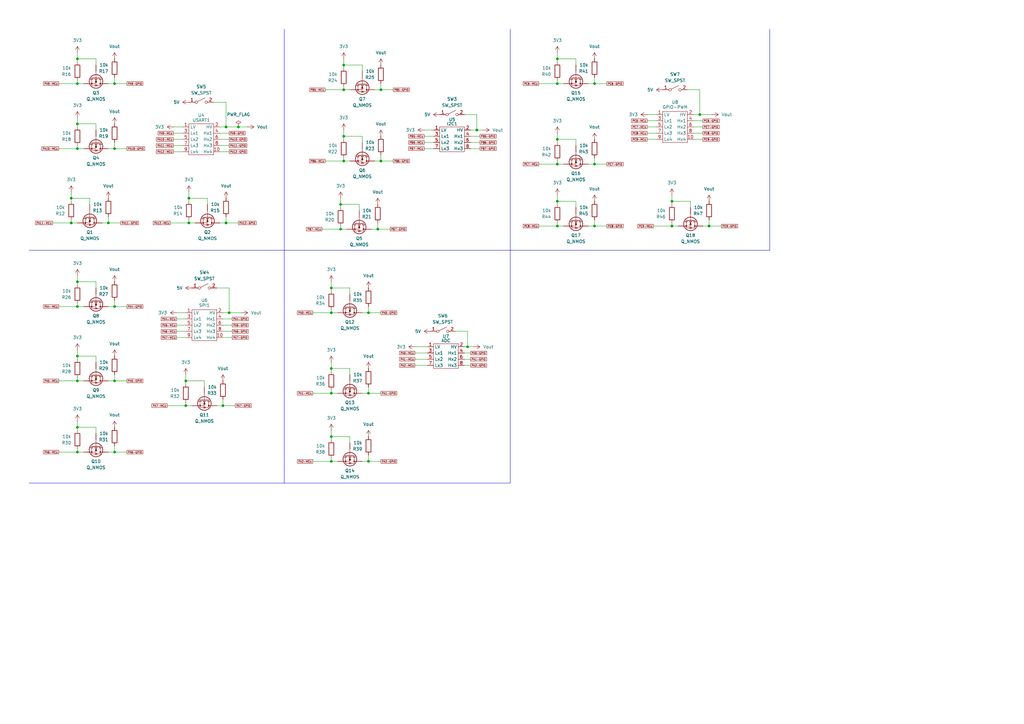
<source format=kicad_sch>
(kicad_sch (version 20250114) (generator "eeschema") (generator_version "9.0")
  (paper "A3")
  (junction (at 135.89 128.27))
  (junction (at 156.21 66.04))
  (junction (at 156.21 36.83))
  (junction (at 228.6 24.13))
  (junction (at 243.84 67.31))
  (junction (at 29.21 81.28))
  (junction (at 31.75 60.96))
  (junction (at 151.13 189.23))
  (junction (at 31.75 125.73))
  (junction (at 228.6 92.71))
  (junction (at 76.2 166.37))
  (junction (at 46.99 60.96))
  (junction (at 77.47 81.28))
  (junction (at 139.7 93.98))
  (junction (at 31.75 175.26))
  (junction (at 140.97 66.04))
  (junction (at 140.97 55.88))
  (junction (at 287.02 46.99))
  (junction (at 243.84 34.29))
  (junction (at 31.75 115.57))
  (junction (at 243.84 92.71))
  (junction (at 151.13 161.29))
  (junction (at 195.58 53.34))
  (junction (at 228.6 67.31))
  (junction (at 46.99 125.73))
  (junction (at 275.59 92.71))
  (junction (at 92.71 52.07))
  (junction (at 139.7 83.82))
  (junction (at 275.59 82.55))
  (junction (at 46.99 185.42))
  (junction (at 135.89 118.11))
  (junction (at 228.6 34.29))
  (junction (at 228.6 82.55))
  (junction (at 135.89 179.07))
  (junction (at 91.44 166.37))
  (junction (at 151.13 128.27))
  (junction (at 31.75 50.8))
  (junction (at 135.89 151.13))
  (junction (at 31.75 34.29))
  (junction (at 31.75 185.42))
  (junction (at 191.77 142.24))
  (junction (at 76.2 156.21))
  (junction (at 135.89 161.29))
  (junction (at 31.75 156.21))
  (junction (at 154.94 93.98))
  (junction (at 46.99 156.21))
  (junction (at 140.97 36.83))
  (junction (at 31.75 146.05))
  (junction (at 46.99 34.29))
  (junction (at 140.97 26.67))
  (junction (at 290.83 92.71))
  (junction (at 31.75 24.13))
  (junction (at 29.21 91.44))
  (junction (at 97.79 52.07))
  (junction (at 44.45 91.44))
  (junction (at 92.71 91.44))
  (junction (at 77.47 91.44))
  (junction (at 93.98 128.27))
  (junction (at 135.89 189.23))
  (junction (at 228.6 57.15))
  (wire (pts (xy 46.99 34.29) (xy 46.99 31.75)))
  (wire (pts (xy 228.6 83.82) (xy 228.6 82.55)))
  (wire (pts (xy 173.99 53.34) (xy 177.8 53.34)))
  (wire (pts (xy 31.75 146.05) (xy 39.37 146.05)))
  (wire (pts (xy 90.17 62.23) (xy 93.98 62.23)))
  (wire (pts (xy 284.48 46.99) (xy 287.02 46.99)))
  (wire (pts (xy 76.2 165.1) (xy 76.2 166.37)))
  (wire (pts (xy 128.27 161.29) (xy 135.89 161.29)))
  (wire (pts (xy 31.75 124.46) (xy 31.75 125.73)))
  (wire (pts (xy 275.59 80.01) (xy 275.59 82.55)))
  (wire (pts (xy 269.24 52.07) (xy 265.43 52.07)))
  (wire (pts (xy 220.98 92.71) (xy 228.6 92.71)))
  (polyline (pts (xy 116.586 12.192) (xy 116.586 102.616)))
  (wire (pts (xy 31.75 24.13) (xy 39.37 24.13)))
  (wire (pts (xy 90.17 57.15) (xy 93.98 57.15)))
  (wire (pts (xy 76.2 135.89) (xy 72.39 135.89)))
  (wire (pts (xy 135.89 187.96) (xy 135.89 189.23)))
  (wire (pts (xy 39.37 24.13) (xy 39.37 26.67)))
  (wire (pts (xy 193.04 60.96) (xy 196.85 60.96)))
  (wire (pts (xy 170.18 142.24) (xy 175.26 142.24)))
  (wire (pts (xy 177.8 55.88) (xy 173.99 55.88)))
  (wire (pts (xy 85.09 81.28) (xy 85.09 83.82)))
  (wire (pts (xy 29.21 81.28) (xy 36.83 81.28)))
  (wire (pts (xy 191.77 135.89) (xy 191.77 142.24)))
  (wire (pts (xy 135.89 115.57) (xy 135.89 118.11)))
  (wire (pts (xy 177.8 58.42) (xy 173.99 58.42)))
  (wire (pts (xy 31.75 21.59) (xy 31.75 24.13)))
  (wire (pts (xy 24.13 34.29) (xy 31.75 34.29)))
  (wire (pts (xy 220.98 67.31) (xy 228.6 67.31)))
  (wire (pts (xy 31.75 185.42) (xy 34.29 185.42)))
  (wire (pts (xy 44.45 91.44) (xy 44.45 88.9)))
  (wire (pts (xy 39.37 50.8) (xy 39.37 53.34)))
  (wire (pts (xy 236.22 57.15) (xy 236.22 59.69)))
  (wire (pts (xy 31.75 116.84) (xy 31.75 115.57)))
  (wire (pts (xy 46.99 34.29) (xy 52.07 34.29)))
  (wire (pts (xy 135.89 189.23) (xy 138.43 189.23)))
  (wire (pts (xy 76.2 156.21) (xy 83.82 156.21)))
  (wire (pts (xy 275.59 83.82) (xy 275.59 82.55)))
  (wire (pts (xy 148.59 189.23) (xy 151.13 189.23)))
  (polyline (pts (xy 11.938 102.616) (xy 12.446 102.616)))
  (wire (pts (xy 46.99 125.73) (xy 52.07 125.73)))
  (wire (pts (xy 139.7 81.28) (xy 139.7 83.82)))
  (wire (pts (xy 90.17 59.69) (xy 93.98 59.69)))
  (wire (pts (xy 287.02 36.83) (xy 287.02 46.99)))
  (wire (pts (xy 21.59 91.44) (xy 29.21 91.44)))
  (wire (pts (xy 68.58 166.37) (xy 76.2 166.37)))
  (wire (pts (xy 195.58 46.99) (xy 195.58 53.34)))
  (wire (pts (xy 290.83 92.71) (xy 295.91 92.71)))
  (polyline (pts (xy 209.296 102.616) (xy 315.722 102.616)))
  (wire (pts (xy 91.44 128.27) (xy 93.98 128.27)))
  (wire (pts (xy 69.85 91.44) (xy 77.47 91.44)))
  (wire (pts (xy 90.17 54.61) (xy 93.98 54.61)))
  (wire (pts (xy 153.67 66.04) (xy 156.21 66.04)))
  (wire (pts (xy 76.2 153.67) (xy 76.2 156.21)))
  (wire (pts (xy 88.9 166.37) (xy 91.44 166.37)))
  (wire (pts (xy 29.21 90.17) (xy 29.21 91.44)))
  (wire (pts (xy 44.45 34.29) (xy 46.99 34.29)))
  (wire (pts (xy 135.89 128.27) (xy 138.43 128.27)))
  (wire (pts (xy 71.12 52.07) (xy 74.93 52.07)))
  (wire (pts (xy 228.6 92.71) (xy 231.14 92.71)))
  (wire (pts (xy 31.75 52.07) (xy 31.75 50.8)))
  (wire (pts (xy 151.13 161.29) (xy 156.21 161.29)))
  (wire (pts (xy 193.04 58.42) (xy 196.85 58.42)))
  (wire (pts (xy 151.13 189.23) (xy 156.21 189.23)))
  (wire (pts (xy 44.45 60.96) (xy 46.99 60.96)))
  (wire (pts (xy 31.75 156.21) (xy 34.29 156.21)))
  (wire (pts (xy 31.75 59.69) (xy 31.75 60.96)))
  (wire (pts (xy 97.79 52.07) (xy 101.6 52.07)))
  (wire (pts (xy 139.7 93.98) (xy 142.24 93.98)))
  (wire (pts (xy 31.75 125.73) (xy 34.29 125.73)))
  (wire (pts (xy 228.6 24.13) (xy 236.22 24.13)))
  (wire (pts (xy 190.5 46.99) (xy 195.58 46.99)))
  (wire (pts (xy 46.99 156.21) (xy 52.07 156.21)))
  (wire (pts (xy 92.71 91.44) (xy 92.71 88.9)))
  (wire (pts (xy 24.13 185.42) (xy 31.75 185.42)))
  (wire (pts (xy 228.6 82.55) (xy 236.22 82.55)))
  (polyline (pts (xy 12.446 102.616) (xy 116.586 102.616)))
  (wire (pts (xy 190.5 147.32) (xy 193.04 147.32)))
  (wire (pts (xy 135.89 179.07) (xy 143.51 179.07)))
  (wire (pts (xy 31.75 147.32) (xy 31.75 146.05)))
  (wire (pts (xy 29.21 82.55) (xy 29.21 81.28)))
  (wire (pts (xy 284.48 54.61) (xy 288.29 54.61)))
  (wire (pts (xy 44.45 156.21) (xy 46.99 156.21)))
  (wire (pts (xy 228.6 54.61) (xy 228.6 57.15)))
  (wire (pts (xy 281.94 36.83) (xy 287.02 36.83)))
  (wire (pts (xy 90.17 91.44) (xy 92.71 91.44)))
  (wire (pts (xy 190.5 149.86) (xy 193.04 149.86)))
  (wire (pts (xy 228.6 25.4) (xy 228.6 24.13)))
  (wire (pts (xy 140.97 26.67) (xy 148.59 26.67)))
  (wire (pts (xy 243.84 67.31) (xy 248.92 67.31)))
  (wire (pts (xy 135.89 161.29) (xy 138.43 161.29)))
  (wire (pts (xy 156.21 66.04) (xy 156.21 63.5)))
  (wire (pts (xy 175.26 149.86) (xy 170.18 149.86)))
  (wire (pts (xy 143.51 179.07) (xy 143.51 181.61)))
  (wire (pts (xy 193.04 53.34) (xy 195.58 53.34)))
  (polyline (pts (xy 209.296 11.938) (xy 209.296 102.616)))
  (wire (pts (xy 156.21 66.04) (xy 161.29 66.04)))
  (wire (pts (xy 284.48 49.53) (xy 288.29 49.53)))
  (wire (pts (xy 135.89 148.59) (xy 135.89 151.13)))
  (wire (pts (xy 156.21 36.83) (xy 161.29 36.83)))
  (wire (pts (xy 140.97 64.77) (xy 140.97 66.04)))
  (wire (pts (xy 148.59 128.27) (xy 151.13 128.27)))
  (wire (pts (xy 77.47 91.44) (xy 80.01 91.44)))
  (wire (pts (xy 228.6 91.44) (xy 228.6 92.71)))
  (wire (pts (xy 154.94 93.98) (xy 154.94 91.44)))
  (wire (pts (xy 175.26 147.32) (xy 170.18 147.32)))
  (wire (pts (xy 153.67 36.83) (xy 156.21 36.83)))
  (wire (pts (xy 24.13 156.21) (xy 31.75 156.21)))
  (wire (pts (xy 31.75 154.94) (xy 31.75 156.21)))
  (wire (pts (xy 287.02 46.99) (xy 292.1 46.99)))
  (wire (pts (xy 77.47 78.74) (xy 77.47 81.28)))
  (wire (pts (xy 91.44 135.89) (xy 95.25 135.89)))
  (wire (pts (xy 39.37 115.57) (xy 39.37 118.11)))
  (wire (pts (xy 46.99 185.42) (xy 52.07 185.42)))
  (wire (pts (xy 228.6 34.29) (xy 231.14 34.29)))
  (wire (pts (xy 39.37 175.26) (xy 39.37 177.8)))
  (wire (pts (xy 31.75 175.26) (xy 39.37 175.26)))
  (wire (pts (xy 31.75 34.29) (xy 34.29 34.29)))
  (wire (pts (xy 29.21 78.74) (xy 29.21 81.28)))
  (wire (pts (xy 44.45 91.44) (xy 49.53 91.44)))
  (wire (pts (xy 76.2 166.37) (xy 78.74 166.37)))
  (wire (pts (xy 190.5 144.78) (xy 193.04 144.78)))
  (wire (pts (xy 31.75 50.8) (xy 39.37 50.8)))
  (wire (pts (xy 24.13 125.73) (xy 31.75 125.73)))
  (wire (pts (xy 44.45 125.73) (xy 46.99 125.73)))
  (wire (pts (xy 31.75 48.26) (xy 31.75 50.8)))
  (wire (pts (xy 76.2 138.43) (xy 72.39 138.43)))
  (wire (pts (xy 91.44 138.43) (xy 95.25 138.43)))
  (wire (pts (xy 46.99 125.73) (xy 46.99 123.19)))
  (wire (pts (xy 186.69 135.89) (xy 191.77 135.89)))
  (polyline (pts (xy 116.586 11.938) (xy 116.586 12.192)))
  (wire (pts (xy 269.24 49.53) (xy 265.43 49.53)))
  (wire (pts (xy 93.98 128.27) (xy 99.06 128.27)))
  (wire (pts (xy 151.13 161.29) (xy 151.13 158.75)))
  (wire (pts (xy 88.9 118.11) (xy 93.98 118.11)))
  (wire (pts (xy 267.97 92.71) (xy 275.59 92.71)))
  (wire (pts (xy 243.84 92.71) (xy 248.92 92.71)))
  (wire (pts (xy 135.89 152.4) (xy 135.89 151.13)))
  (polyline (pts (xy 11.938 198.12) (xy 116.586 198.12)))
  (wire (pts (xy 151.13 128.27) (xy 151.13 125.73)))
  (wire (pts (xy 74.93 59.69) (xy 71.12 59.69)))
  (wire (pts (xy 77.47 90.17) (xy 77.47 91.44)))
  (wire (pts (xy 87.63 41.91) (xy 92.71 41.91)))
  (polyline (pts (xy 116.586 198.12) (xy 209.296 198.12)))
  (wire (pts (xy 44.45 185.42) (xy 46.99 185.42)))
  (wire (pts (xy 135.89 127) (xy 135.89 128.27)))
  (wire (pts (xy 74.93 62.23) (xy 71.12 62.23)))
  (wire (pts (xy 220.98 34.29) (xy 228.6 34.29)))
  (wire (pts (xy 139.7 83.82) (xy 147.32 83.82)))
  (wire (pts (xy 193.04 55.88) (xy 196.85 55.88)))
  (wire (pts (xy 151.13 189.23) (xy 151.13 186.69)))
  (wire (pts (xy 31.75 25.4) (xy 31.75 24.13)))
  (wire (pts (xy 31.75 60.96) (xy 34.29 60.96)))
  (wire (pts (xy 243.84 34.29) (xy 243.84 31.75)))
  (wire (pts (xy 139.7 92.71) (xy 139.7 93.98)))
  (wire (pts (xy 39.37 146.05) (xy 39.37 148.59)))
  (wire (pts (xy 31.75 176.53) (xy 31.75 175.26)))
  (wire (pts (xy 133.35 66.04) (xy 140.97 66.04)))
  (wire (pts (xy 31.75 115.57) (xy 39.37 115.57)))
  (wire (pts (xy 77.47 82.55) (xy 77.47 81.28)))
  (wire (pts (xy 269.24 54.61) (xy 265.43 54.61)))
  (wire (pts (xy 76.2 133.35) (xy 72.39 133.35)))
  (wire (pts (xy 24.13 60.96) (xy 31.75 60.96)))
  (wire (pts (xy 143.51 118.11) (xy 143.51 120.65)))
  (wire (pts (xy 195.58 53.34) (xy 198.12 53.34)))
  (wire (pts (xy 93.98 118.11) (xy 93.98 128.27)))
  (wire (pts (xy 140.97 35.56) (xy 140.97 36.83)))
  (wire (pts (xy 29.21 91.44) (xy 31.75 91.44)))
  (wire (pts (xy 148.59 26.67) (xy 148.59 29.21)))
  (polyline (pts (xy 116.586 102.616) (xy 116.586 198.12)))
  (wire (pts (xy 140.97 66.04) (xy 143.51 66.04)))
  (wire (pts (xy 241.3 34.29) (xy 243.84 34.29)))
  (wire (pts (xy 139.7 85.09) (xy 139.7 83.82)))
  (wire (pts (xy 140.97 57.15) (xy 140.97 55.88)))
  (wire (pts (xy 228.6 66.04) (xy 228.6 67.31)))
  (wire (pts (xy 284.48 52.07) (xy 288.29 52.07)))
  (wire (pts (xy 140.97 24.13) (xy 140.97 26.67)))
  (wire (pts (xy 148.59 161.29) (xy 151.13 161.29)))
  (wire (pts (xy 190.5 142.24) (xy 191.77 142.24)))
  (wire (pts (xy 135.89 176.53) (xy 135.89 179.07)))
  (wire (pts (xy 74.93 57.15) (xy 71.12 57.15)))
  (wire (pts (xy 236.22 82.55) (xy 236.22 85.09)))
  (wire (pts (xy 135.89 118.11) (xy 143.51 118.11)))
  (polyline (pts (xy 116.586 102.616) (xy 209.296 102.616)))
  (wire (pts (xy 152.4 93.98) (xy 154.94 93.98)))
  (wire (pts (xy 76.2 130.81) (xy 72.39 130.81)))
  (wire (pts (xy 36.83 81.28) (xy 36.83 83.82)))
  (wire (pts (xy 135.89 180.34) (xy 135.89 179.07)))
  (wire (pts (xy 147.32 83.82) (xy 147.32 86.36)))
  (wire (pts (xy 241.3 92.71) (xy 243.84 92.71)))
  (wire (pts (xy 76.2 157.48) (xy 76.2 156.21)))
  (wire (pts (xy 243.84 67.31) (xy 243.84 64.77)))
  (wire (pts (xy 177.8 60.96) (xy 173.99 60.96)))
  (wire (pts (xy 284.48 57.15) (xy 288.29 57.15)))
  (wire (pts (xy 228.6 67.31) (xy 231.14 67.31)))
  (wire (pts (xy 241.3 67.31) (xy 243.84 67.31)))
  (wire (pts (xy 135.89 160.02) (xy 135.89 161.29)))
  (wire (pts (xy 154.94 93.98) (xy 160.02 93.98)))
  (wire (pts (xy 132.08 93.98) (xy 139.7 93.98)))
  (wire (pts (xy 228.6 57.15) (xy 236.22 57.15)))
  (wire (pts (xy 135.89 119.38) (xy 135.89 118.11)))
  (wire (pts (xy 128.27 189.23) (xy 135.89 189.23)))
  (wire (pts (xy 72.39 128.27) (xy 76.2 128.27)))
  (wire (pts (xy 90.17 52.07) (xy 92.71 52.07)))
  (wire (pts (xy 148.59 55.88) (xy 148.59 58.42)))
  (wire (pts (xy 77.47 81.28) (xy 85.09 81.28)))
  (wire (pts (xy 290.83 92.71) (xy 290.83 90.17)))
  (wire (pts (xy 140.97 27.94) (xy 140.97 26.67)))
  (wire (pts (xy 46.99 60.96) (xy 46.99 58.42)))
  (wire (pts (xy 135.89 151.13) (xy 143.51 151.13)))
  (wire (pts (xy 228.6 80.01) (xy 228.6 82.55)))
  (wire (pts (xy 236.22 24.13) (xy 236.22 26.67)))
  (wire (pts (xy 83.82 156.21) (xy 83.82 158.75)))
  (wire (pts (xy 46.99 156.21) (xy 46.99 153.67)))
  (wire (pts (xy 91.44 166.37) (xy 96.52 166.37)))
  (polyline (pts (xy 209.296 198.12) (xy 209.296 102.616)))
  (wire (pts (xy 31.75 184.15) (xy 31.75 185.42)))
  (wire (pts (xy 31.75 113.03) (xy 31.75 115.57)))
  (wire (pts (xy 31.75 172.72) (xy 31.75 175.26)))
  (wire (pts (xy 151.13 128.27) (xy 156.21 128.27)))
  (wire (pts (xy 269.24 57.15) (xy 265.43 57.15)))
  (wire (pts (xy 228.6 21.59) (xy 228.6 24.13)))
  (wire (pts (xy 275.59 82.55) (xy 283.21 82.55)))
  (wire (pts (xy 92.71 41.91) (xy 92.71 52.07)))
  (polyline (pts (xy 315.722 11.938) (xy 315.722 102.616)))
  (wire (pts (xy 283.21 82.55) (xy 283.21 85.09)))
  (wire (pts (xy 92.71 52.07) (xy 97.79 52.07)))
  (wire (pts (xy 91.44 166.37) (xy 91.44 163.83)))
  (wire (pts (xy 31.75 33.02) (xy 31.75 34.29)))
  (wire (pts (xy 275.59 92.71) (xy 278.13 92.71)))
  (wire (pts (xy 41.91 91.44) (xy 44.45 91.44)))
  (wire (pts (xy 140.97 55.88) (xy 148.59 55.88)))
  (wire (pts (xy 243.84 34.29) (xy 248.92 34.29)))
  (wire (pts (xy 156.21 36.83) (xy 156.21 34.29)))
  (wire (pts (xy 143.51 151.13) (xy 143.51 153.67)))
  (wire (pts (xy 74.93 54.61) (xy 71.12 54.61)))
  (wire (pts (xy 228.6 58.42) (xy 228.6 57.15)))
  (wire (pts (xy 265.43 46.99) (xy 269.24 46.99)))
  (wire (pts (xy 191.77 142.24) (xy 194.31 142.24)))
  (wire (pts (xy 140.97 53.34) (xy 140.97 55.88)))
  (wire (pts (xy 46.99 60.96) (xy 52.07 60.96)))
  (wire (pts (xy 228.6 33.02) (xy 228.6 34.29)))
  (wire (pts (xy 91.44 130.81) (xy 95.25 130.81)))
  (wire (pts (xy 175.26 144.78) (xy 170.18 144.78)))
  (wire (pts (xy 46.99 185.42) (xy 46.99 182.88)))
  (wire (pts (xy 92.71 91.44) (xy 97.79 91.44)))
  (wire (pts (xy 133.35 36.83) (xy 140.97 36.83)))
  (wire (pts (xy 288.29 92.71) (xy 290.83 92.71)))
  (wire (pts (xy 128.27 128.27) (xy 135.89 128.27)))
  (wire (pts (xy 91.44 133.35) (xy 95.25 133.35)))
  (wire (pts (xy 275.59 91.44) (xy 275.59 92.71)))
  (wire (pts (xy 140.97 36.83) (xy 143.51 36.83)))
  (wire (pts (xy 243.84 92.71) (xy 243.84 90.17)))
  (wire (pts (xy 31.75 143.51) (xy 31.75 146.05)))
  (global_label "PC9-MCU" (shape passive) (at 267.97 92.71 180) (effects (font (size 0.762 0.762))) (property "Intersheetrefs" "${INTERSHEET_REFS}" (effects (hide yes))))
  (global_label "PA5-GPIO" (shape passive) (at 52.07 156.21 0) (effects (font (size 0.762 0.762))) (property "Intersheetrefs" "${INTERSHEET_REFS}" (effects (hide yes))))
  (global_label "PA7-GPIO" (shape passive) (at 96.52 166.37 0) (effects (font (size 0.762 0.762))) (property "Intersheetrefs" "${INTERSHEET_REFS}" (effects (hide yes))))
  (global_label "PA4-MCU" (shape passive) (at 24.13 125.73 180) (effects (font (size 0.762 0.762))) (property "Intersheetrefs" "${INTERSHEET_REFS}" (effects (hide yes))))
  (global_label "PA1-GPIO" (shape passive) (at 156.21 161.29 0) (effects (font (size 0.762 0.762))) (property "Intersheetrefs" "${INTERSHEET_REFS}" (effects (hide yes))))
  (global_label "PA5-MCU" (shape passive) (at 72.39 133.35 180) (effects (font (size 0.762 0.762))) (property "Intersheetrefs" "${INTERSHEET_REFS}" (effects (hide yes))))
  (global_label "PA10-GPIO" (shape passive) (at 93.98 57.15 0) (effects (font (size 0.762 0.762))) (property "Intersheetrefs" "${INTERSHEET_REFS}" (effects (hide yes))))
  (global_label "PC8-GPIO" (shape passive) (at 248.92 92.71 0) (effects (font (size 0.762 0.762))) (property "Intersheetrefs" "${INTERSHEET_REFS}" (effects (hide yes))))
  (global_label "PB6-MCU" (shape passive) (at 133.35 66.04 180) (effects (font (size 0.762 0.762))) (property "Intersheetrefs" "${INTERSHEET_REFS}" (effects (hide yes))))
  (global_label "PB6-MCU" (shape passive) (at 173.99 58.42 180) (effects (font (size 0.762 0.762))) (property "Intersheetrefs" "${INTERSHEET_REFS}" (effects (hide yes))))
  (global_label "PA2-MCU" (shape passive) (at 128.27 189.23 180) (effects (font (size 0.762 0.762))) (property "Intersheetrefs" "${INTERSHEET_REFS}" (effects (hide yes))))
  (global_label "PA10-MCU" (shape passive) (at 71.12 57.15 180) (effects (font (size 0.762 0.762))) (property "Intersheetrefs" "${INTERSHEET_REFS}" (effects (hide yes))))
  (global_label "PA0-MCU" (shape passive) (at 128.27 128.27 180) (effects (font (size 0.762 0.762))) (property "Intersheetrefs" "${INTERSHEET_REFS}" (effects (hide yes))))
  (global_label "PA9-GPIO" (shape passive) (at 52.07 34.29 0) (effects (font (size 0.762 0.762))) (property "Intersheetrefs" "${INTERSHEET_REFS}" (effects (hide yes))))
  (global_label "PA11-GPIO" (shape passive) (at 93.98 59.69 0) (effects (font (size 0.762 0.762))) (property "Intersheetrefs" "${INTERSHEET_REFS}" (effects (hide yes))))
  (global_label "PA1-MCU" (shape passive) (at 128.27 161.29 180) (effects (font (size 0.762 0.762))) (property "Intersheetrefs" "${INTERSHEET_REFS}" (effects (hide yes))))
  (global_label "PA7-MCU" (shape passive) (at 68.58 166.37 180) (effects (font (size 0.762 0.762))) (property "Intersheetrefs" "${INTERSHEET_REFS}" (effects (hide yes))))
  (global_label "PA5-MCU" (shape passive) (at 24.13 156.21 180) (effects (font (size 0.762 0.762))) (property "Intersheetrefs" "${INTERSHEET_REFS}" (effects (hide yes))))
  (global_label "PC6-GPIO" (shape passive) (at 248.92 34.29 0) (effects (font (size 0.762 0.762))) (property "Intersheetrefs" "${INTERSHEET_REFS}" (effects (hide yes))))
  (global_label "PA6-GPIO" (shape passive) (at 52.07 185.42 0) (effects (font (size 0.762 0.762))) (property "Intersheetrefs" "${INTERSHEET_REFS}" (effects (hide yes))))
  (global_label "PA5-GPIO" (shape passive) (at 95.25 133.35 0) (effects (font (size 0.762 0.762))) (property "Intersheetrefs" "${INTERSHEET_REFS}" (effects (hide yes))))
  (global_label "PA4-MCU" (shape passive) (at 72.39 130.81 180) (effects (font (size 0.762 0.762))) (property "Intersheetrefs" "${INTERSHEET_REFS}" (effects (hide yes))))
  (global_label "PC7-GPIO" (shape passive) (at 288.29 52.07 0) (effects (font (size 0.762 0.762))) (property "Intersheetrefs" "${INTERSHEET_REFS}" (effects (hide yes))))
  (global_label "PA6-GPIO" (shape passive) (at 95.25 135.89 0) (effects (font (size 0.762 0.762))) (property "Intersheetrefs" "${INTERSHEET_REFS}" (effects (hide yes))))
  (global_label "PB6-GPIO" (shape passive) (at 196.85 58.42 0) (effects (font (size 0.762 0.762))) (property "Intersheetrefs" "${INTERSHEET_REFS}" (effects (hide yes))))
  (global_label "PA11-MCU" (shape passive) (at 21.59 91.44 180) (effects (font (size 0.762 0.762))) (property "Intersheetrefs" "${INTERSHEET_REFS}" (effects (hide yes))))
  (global_label "PC6-GPIO" (shape passive) (at 288.29 49.53 0) (effects (font (size 0.762 0.762))) (property "Intersheetrefs" "${INTERSHEET_REFS}" (effects (hide yes))))
  (global_label "PB6-GPIO" (shape passive) (at 161.29 66.04 0) (effects (font (size 0.762 0.762))) (property "Intersheetrefs" "${INTERSHEET_REFS}" (effects (hide yes))))
  (global_label "PA0-MCU" (shape passive) (at 170.18 144.78 180) (effects (font (size 0.762 0.762))) (property "Intersheetrefs" "${INTERSHEET_REFS}" (effects (hide yes))))
  (global_label "PC6-MCU" (shape passive) (at 265.43 49.53 180) (effects (font (size 0.762 0.762))) (property "Intersheetrefs" "${INTERSHEET_REFS}" (effects (hide yes))))
  (global_label "PB7-MCU" (shape passive) (at 132.08 93.98 180) (effects (font (size 0.762 0.762))) (property "Intersheetrefs" "${INTERSHEET_REFS}" (effects (hide yes))))
  (global_label "PB7-MCU" (shape passive) (at 173.99 60.96 180) (effects (font (size 0.762 0.762))) (property "Intersheetrefs" "${INTERSHEET_REFS}" (effects (hide yes))))
  (global_label "PC9-MCU" (shape passive) (at 265.43 57.15 180) (effects (font (size 0.762 0.762))) (property "Intersheetrefs" "${INTERSHEET_REFS}" (effects (hide yes))))
  (global_label "PA12-GPIO" (shape passive) (at 97.79 91.44 0) (effects (font (size 0.762 0.762))) (property "Intersheetrefs" "${INTERSHEET_REFS}" (effects (hide yes))))
  (global_label "PA4-GPIO" (shape passive) (at 95.25 130.81 0) (effects (font (size 0.762 0.762))) (property "Intersheetrefs" "${INTERSHEET_REFS}" (effects (hide yes))))
  (global_label "PA1-GPIO" (shape passive) (at 193.04 147.32 0) (effects (font (size 0.762 0.762))) (property "Intersheetrefs" "${INTERSHEET_REFS}" (effects (hide yes))))
  (global_label "PA6-MCU" (shape passive) (at 24.13 185.42 180) (effects (font (size 0.762 0.762))) (property "Intersheetrefs" "${INTERSHEET_REFS}" (effects (hide yes))))
  (global_label "PB5-MCU" (shape passive) (at 133.35 36.83 180) (effects (font (size 0.762 0.762))) (property "Intersheetrefs" "${INTERSHEET_REFS}" (effects (hide yes))))
  (global_label "PA0-GPIO" (shape passive) (at 156.21 128.27 0) (effects (font (size 0.762 0.762))) (property "Intersheetrefs" "${INTERSHEET_REFS}" (effects (hide yes))))
  (global_label "PA7-GPIO" (shape passive) (at 95.25 138.43 0) (effects (font (size 0.762 0.762))) (property "Intersheetrefs" "${INTERSHEET_REFS}" (effects (hide yes))))
  (global_label "PA2-GPIO" (shape passive) (at 193.04 149.86 0) (effects (font (size 0.762 0.762))) (property "Intersheetrefs" "${INTERSHEET_REFS}" (effects (hide yes))))
  (global_label "PA12-MCU" (shape passive) (at 71.12 62.23 180) (effects (font (size 0.762 0.762))) (property "Intersheetrefs" "${INTERSHEET_REFS}" (effects (hide yes))))
  (global_label "PA12-MCU" (shape passive) (at 69.85 91.44 180) (effects (font (size 0.762 0.762))) (property "Intersheetrefs" "${INTERSHEET_REFS}" (effects (hide yes))))
  (global_label "PC8-GPIO" (shape passive) (at 288.29 54.61 0) (effects (font (size 0.762 0.762))) (property "Intersheetrefs" "${INTERSHEET_REFS}" (effects (hide yes))))
  (global_label "PA10-MCU" (shape passive) (at 24.13 60.96 180) (effects (font (size 0.762 0.762))) (property "Intersheetrefs" "${INTERSHEET_REFS}" (effects (hide yes))))
  (global_label "PA11-MCU" (shape passive) (at 71.12 59.69 180) (effects (font (size 0.762 0.762))) (property "Intersheetrefs" "${INTERSHEET_REFS}" (effects (hide yes))))
  (global_label "PB7-GPIO" (shape passive) (at 160.02 93.98 0) (effects (font (size 0.762 0.762))) (property "Intersheetrefs" "${INTERSHEET_REFS}" (effects (hide yes))))
  (global_label "PA9-MCU" (shape passive) (at 71.12 54.61 180) (effects (font (size 0.762 0.762))) (property "Intersheetrefs" "${INTERSHEET_REFS}" (effects (hide yes))))
  (global_label "PC6-MCU" (shape passive) (at 220.98 34.29 180) (effects (font (size 0.762 0.762))) (property "Intersheetrefs" "${INTERSHEET_REFS}" (effects (hide yes))))
  (global_label "PB5-GPIO" (shape passive) (at 161.29 36.83 0) (effects (font (size 0.762 0.762))) (property "Intersheetrefs" "${INTERSHEET_REFS}" (effects (hide yes))))
  (global_label "PA2-MCU" (shape passive) (at 170.18 149.86 180) (effects (font (size 0.762 0.762))) (property "Intersheetrefs" "${INTERSHEET_REFS}" (effects (hide yes))))
  (global_label "PA6-MCU" (shape passive) (at 72.39 135.89 180) (effects (font (size 0.762 0.762))) (property "Intersheetrefs" "${INTERSHEET_REFS}" (effects (hide yes))))
  (global_label "PB5-GPIO" (shape passive) (at 196.85 55.88 0) (effects (font (size 0.762 0.762))) (property "Intersheetrefs" "${INTERSHEET_REFS}" (effects (hide yes))))
  (global_label "PA12-GPIO" (shape passive) (at 93.98 62.23 0) (effects (font (size 0.762 0.762))) (property "Intersheetrefs" "${INTERSHEET_REFS}" (effects (hide yes))))
  (global_label "PC8-MCU" (shape passive) (at 265.43 54.61 180) (effects (font (size 0.762 0.762))) (property "Intersheetrefs" "${INTERSHEET_REFS}" (effects (hide yes))))
  (global_label "PA1-MCU" (shape passive) (at 170.18 147.32 180) (effects (font (size 0.762 0.762))) (property "Intersheetrefs" "${INTERSHEET_REFS}" (effects (hide yes))))
  (global_label "PC7-GPIO" (shape passive) (at 248.92 67.31 0) (effects (font (size 0.762 0.762))) (property "Intersheetrefs" "${INTERSHEET_REFS}" (effects (hide yes))))
  (global_label "PA0-GPIO" (shape passive) (at 193.04 144.78 0) (effects (font (size 0.762 0.762))) (property "Intersheetrefs" "${INTERSHEET_REFS}" (effects (hide yes))))
  (global_label "PA9-GPIO" (shape passive) (at 93.98 54.61 0) (effects (font (size 0.762 0.762))) (property "Intersheetrefs" "${INTERSHEET_REFS}" (effects (hide yes))))
  (global_label "PA11-GPIO" (shape passive) (at 49.53 91.44 0) (effects (font (size 0.762 0.762))) (property "Intersheetrefs" "${INTERSHEET_REFS}" (effects (hide yes))))
  (global_label "PC9-GPIO" (shape passive) (at 295.91 92.71 0) (effects (font (size 0.762 0.762))) (property "Intersheetrefs" "${INTERSHEET_REFS}" (effects (hide yes))))
  (global_label "PC9-GPIO" (shape passive) (at 288.29 57.15 0) (effects (font (size 0.762 0.762))) (property "Intersheetrefs" "${INTERSHEET_REFS}" (effects (hide yes))))
  (global_label "PC7-MCU" (shape passive) (at 220.98 67.31 180) (effects (font (size 0.762 0.762))) (property "Intersheetrefs" "${INTERSHEET_REFS}" (effects (hide yes))))
  (global_label "PC8-MCU" (shape passive) (at 220.98 92.71 180) (effects (font (size 0.762 0.762))) (property "Intersheetrefs" "${INTERSHEET_REFS}" (effects (hide yes))))
  (global_label "PB5-MCU" (shape passive) (at 173.99 55.88 180) (effects (font (size 0.762 0.762))) (property "Intersheetrefs" "${INTERSHEET_REFS}" (effects (hide yes))))
  (global_label "PA7-MCU" (shape passive) (at 72.39 138.43 180) (effects (font (size 0.762 0.762))) (property "Intersheetrefs" "${INTERSHEET_REFS}" (effects (hide yes))))
  (global_label "PA9-MCU" (shape passive) (at 24.13 34.29 180) (effects (font (size 0.762 0.762))) (property "Intersheetrefs" "${INTERSHEET_REFS}" (effects (hide yes))))
  (global_label "PC7-MCU" (shape passive) (at 265.43 52.07 180) (effects (font (size 0.762 0.762))) (property "Intersheetrefs" "${INTERSHEET_REFS}" (effects (hide yes))))
  (global_label "PA10-GPIO" (shape passive) (at 52.07 60.96 0) (effects (font (size 0.762 0.762))) (property "Intersheetrefs" "${INTERSHEET_REFS}" (effects (hide yes))))
  (global_label "PB7-GPIO" (shape passive) (at 196.85 60.96 0) (effects (font (size 0.762 0.762))) (property "Intersheetrefs" "${INTERSHEET_REFS}" (effects (hide yes))))
  (global_label "PA2-GPIO" (shape passive) (at 156.21 189.23 0) (effects (font (size 0.762 0.762))) (property "Intersheetrefs" "${INTERSHEET_REFS}" (effects (hide yes))))
  (global_label "PA4-GPIO" (shape passive) (at 52.07 125.73 0) (effects (font (size 0.762 0.762))) (property "Intersheetrefs" "${INTERSHEET_REFS}" (effects (hide yes))))
  (symbol (lib_id "Device:R") (at 135.89 123.19 180) (unit 1)
    (property "Reference" "R34" (at 133.35 124.4601 0) (effects (justify left)))
    (property "Value" "10k" (at 133.35 121.9201 0) (effects (justify left)))
    (property "Footprint" "Resistor_SMD:R_0603_1608Metric_Pad0.98x0.95mm_HandSolder" (effects (hide yes)))
    (property "Description" "Resistor" (effects (hide yes)))
  )
  (symbol (lib_id "Device:R") (at 31.75 180.34 180) (unit 1)
    (property "Reference" "R30" (at 29.21 181.6101 0) (effects (justify left)))
    (property "Value" "10k" (at 29.21 179.0701 0) (effects (justify left)))
    (property "Footprint" "Resistor_SMD:R_0603_1608Metric_Pad0.98x0.95mm_HandSolder" (effects (hide yes)))
    (property "Description" "Resistor" (effects (hide yes)))
  )
  (symbol (lib_id "power:VCC") (at 77.47 41.91 90) (unit 1)
    (property "Reference" "#PWR064" (effects (hide yes)))
    (property "Value" "5V" (at 73.66 41.9099 90) (effects (justify left)))
    (property "Description" "Power symbol creates a global label with name \"VCC\"" (effects (hide yes)))
  )
  (symbol (lib_id "power:VCC") (at 292.1 46.99 270) (unit 1)
    (property "Reference" "#PWR040" (effects (hide yes)))
    (property "Value" "Vout" (at 295.91 46.9899 90) (effects (justify left)))
    (property "Description" "Power symbol creates a global label with name \"VCC\"" (effects (hide yes)))
  )
  (symbol (lib_id "power:VCC") (at 140.97 24.13 0) (unit 1)
    (property "Reference" "#PWR075" (effects (hide yes)))
    (property "Value" "3V3" (at 140.97 19.05 0))
    (property "Description" "Power symbol creates a global label with name \"VCC\"" (effects (hide yes)))
  )
  (symbol (lib_id "power:VCC") (at 154.94 83.82 0) (unit 1)
    (property "Reference" "#PWR072" (effects (hide yes)))
    (property "Value" "Vout" (at 154.94 78.74 0))
    (property "Description" "Power symbol creates a global label with name \"VCC\"" (effects (hide yes)))
  )
  (symbol (lib_id "Device:R") (at 228.6 62.23 180) (unit 1)
    (property "Reference" "R42" (at 226.06 63.5001 0) (effects (justify left)))
    (property "Value" "10k" (at 226.06 60.9601 0) (effects (justify left)))
    (property "Footprint" "Resistor_SMD:R_0603_1608Metric_Pad0.98x0.95mm_HandSolder" (effects (hide yes)))
    (property "Description" "Resistor" (effects (hide yes)))
  )
  (symbol (lib_id "power:VCC") (at 290.83 82.55 0) (unit 1)
    (property "Reference" "#PWR094" (effects (hide yes)))
    (property "Value" "Vout" (at 290.83 77.47 0))
    (property "Description" "Power symbol creates a global label with name \"VCC\"" (effects (hide yes)))
  )
  (symbol (lib_id "Device:R") (at 290.83 86.36 180) (unit 1)
    (property "Reference" "R47" (at 288.29 87.6301 0) (effects (justify left)))
    (property "Value" "10k" (at 288.29 85.0901 0) (effects (justify left)))
    (property "Footprint" "Resistor_SMD:R_0603_1608Metric_Pad0.98x0.95mm_HandSolder" (effects (hide yes)))
    (property "Description" "Resistor" (effects (hide yes)))
  )
  (symbol (lib_id "power:VCC") (at 77.47 78.74 0) (unit 1)
    (property "Reference" "#PWR063" (effects (hide yes)))
    (property "Value" "3V3" (at 77.47 73.66 0))
    (property "Description" "Power symbol creates a global label with name \"VCC\"" (effects (hide yes)))
  )
  (symbol (lib_id "power:VCC") (at 72.39 128.27 90) (unit 1)
    (property "Reference" "#PWR029" (effects (hide yes)))
    (property "Value" "3V3" (at 68.58 128.2699 90) (effects (justify left)))
    (property "Description" "Power symbol creates a global label with name \"VCC\"" (effects (hide yes)))
  )
  (symbol (lib_id "Device:R") (at 154.94 87.63 180) (unit 1)
    (property "Reference" "R21" (at 152.4 88.9001 0) (effects (justify left)))
    (property "Value" "10k" (at 152.4 86.3601 0) (effects (justify left)))
    (property "Footprint" "Resistor_SMD:R_0603_1608Metric_Pad0.98x0.95mm_HandSolder" (effects (hide yes)))
    (property "Description" "Resistor" (effects (hide yes)))
  )
  (symbol (lib_id "Device:Q_NMOS") (at 147.32 91.44 270) (unit 1)
    (property "Reference" "Q5" (at 147.32 97.79 90))
    (property "Value" "Q_NMOS" (at 147.32 100.33 90))
    (property "Footprint" "Package_TO_SOT_SMD:SOT-23" (effects (hide yes)))
    (property "Description" "N-MOSFET transistor" (effects (hide yes)))
  )
  (symbol (lib_id "power:VCC") (at 46.99 175.26 0) (unit 1)
    (property "Reference" "#PWR081" (effects (hide yes)))
    (property "Value" "Vout" (at 46.99 170.18 0))
    (property "Description" "Power symbol creates a global label with name \"VCC\"" (effects (hide yes)))
  )
  (symbol (lib_id "Switch:SW_SPST") (at 181.61 135.89 0) (unit 1)
    (property "Reference" "SW6" (at 181.61 129.54 0))
    (property "Value" "SW_SPST" (at 181.61 132.08 0))
    (property "Footprint" "Button_Switch_THT:SW_DIP_SPSTx01_Slide_9.78x4.72mm_W7.62mm_P2.54mm" (effects (hide yes)))
    (property "Description" "Single Pole Single Throw (SPST) switch" (effects (hide yes)))
  )
  (symbol (lib_id "Device:Q_NMOS") (at 39.37 153.67 270) (unit 1)
    (property "Reference" "Q9" (at 39.37 160.02 90))
    (property "Value" "Q_NMOS" (at 39.37 162.56 90))
    (property "Footprint" "Package_TO_SOT_SMD:SOT-23" (effects (hide yes)))
    (property "Description" "N-MOSFET transistor" (effects (hide yes)))
  )
  (symbol (lib_id "Device:R") (at 46.99 27.94 180) (unit 1)
    (property "Reference" "R17" (at 44.45 29.2101 0) (effects (justify left)))
    (property "Value" "10k" (at 44.45 26.6701 0) (effects (justify left)))
    (property "Footprint" "Resistor_SMD:R_0603_1608Metric_Pad0.98x0.95mm_HandSolder" (effects (hide yes)))
    (property "Description" "Resistor" (effects (hide yes)))
  )
  (symbol (lib_id "Device:R") (at 31.75 55.88 180) (unit 1)
    (property "Reference" "R18" (at 29.21 57.1501 0) (effects (justify left)))
    (property "Value" "10k" (at 29.21 54.6101 0) (effects (justify left)))
    (property "Footprint" "Resistor_SMD:R_0603_1608Metric_Pad0.98x0.95mm_HandSolder" (effects (hide yes)))
    (property "Description" "Resistor" (effects (hide yes)))
  )
  (symbol (lib_id "power:VCC") (at 243.84 82.55 0) (unit 1)
    (property "Reference" "#PWR092" (effects (hide yes)))
    (property "Value" "Vout" (at 243.84 77.47 0))
    (property "Description" "Power symbol creates a global label with name \"VCC\"" (effects (hide yes)))
  )
  (symbol (lib_id "Device:R") (at 77.47 86.36 180) (unit 1)
    (property "Reference" "R14" (at 74.93 87.6301 0) (effects (justify left)))
    (property "Value" "10k" (at 74.93 85.0901 0) (effects (justify left)))
    (property "Footprint" "Resistor_SMD:R_0603_1608Metric_Pad0.98x0.95mm_HandSolder" (effects (hide yes)))
    (property "Description" "Resistor" (effects (hide yes)))
  )
  (symbol (lib_id "Device:R") (at 151.13 182.88 180) (unit 1)
    (property "Reference" "R39" (at 148.59 184.1501 0) (effects (justify left)))
    (property "Value" "10k" (at 148.59 181.6101 0) (effects (justify left)))
    (property "Footprint" "Resistor_SMD:R_0603_1608Metric_Pad0.98x0.95mm_HandSolder" (effects (hide yes)))
    (property "Description" "Resistor" (effects (hide yes)))
  )
  (symbol (lib_id "Device:R") (at 91.44 160.02 180) (unit 1)
    (property "Reference" "R33" (at 88.9 161.2901 0) (effects (justify left)))
    (property "Value" "10k" (at 88.9 158.7501 0) (effects (justify left)))
    (property "Footprint" "Resistor_SMD:R_0603_1608Metric_Pad0.98x0.95mm_HandSolder" (effects (hide yes)))
    (property "Description" "Resistor" (effects (hide yes)))
  )
  (symbol (lib_id "power:VCC") (at 151.13 118.11 0) (unit 1)
    (property "Reference" "#PWR033" (effects (hide yes)))
    (property "Value" "Vout" (at 151.13 113.03 0))
    (property "Description" "Power symbol creates a global label with name \"VCC\"" (effects (hide yes)))
  )
  (symbol (lib_id "power:VCC") (at 76.2 153.67 0) (unit 1)
    (property "Reference" "#PWR082" (effects (hide yes)))
    (property "Value" "3V3" (at 76.2 148.59 0))
    (property "Description" "Power symbol creates a global label with name \"VCC\"" (effects (hide yes)))
  )
  (symbol (lib_id "power:VCC") (at 198.12 53.34 270) (unit 1)
    (property "Reference" "#PWR070" (effects (hide yes)))
    (property "Value" "Vout" (at 201.93 53.3399 90) (effects (justify left)))
    (property "Description" "Power symbol creates a global label with name \"VCC\"" (effects (hide yes)))
  )
  (symbol (lib_id "Device:Q_NMOS") (at 39.37 31.75 270) (unit 1)
    (property "Reference" "Q3" (at 39.37 38.1 90))
    (property "Value" "Q_NMOS" (at 39.37 40.64 90))
    (property "Footprint" "Package_TO_SOT_SMD:SOT-23" (effects (hide yes)))
    (property "Description" "N-MOSFET transistor" (effects (hide yes)))
  )
  (symbol (lib_id "power:VCC") (at 29.21 78.74 0) (unit 1)
    (property "Reference" "#PWR026" (effects (hide yes)))
    (property "Value" "3V3" (at 29.21 73.66 0))
    (property "Description" "Power symbol creates a global label with name \"VCC\"" (effects (hide yes)))
  )
  (symbol (lib_id "power:VCC") (at 101.6 52.07 270) (unit 1)
    (property "Reference" "#PWR066" (effects (hide yes)))
    (property "Value" "Vout" (at 105.41 52.0699 90) (effects (justify left)))
    (property "Description" "Power symbol creates a global label with name \"VCC\"" (effects (hide yes)))
  )
  (symbol (lib_id "Device:Q_NMOS") (at 39.37 123.19 270) (unit 1)
    (property "Reference" "Q8" (at 39.37 129.54 90))
    (property "Value" "Q_NMOS" (at 39.37 132.08 90))
    (property "Footprint" "Package_TO_SOT_SMD:SOT-23" (effects (hide yes)))
    (property "Description" "N-MOSFET transistor" (effects (hide yes)))
  )
  (symbol (lib_id "power:VCC") (at 91.44 156.21 0) (unit 1)
    (property "Reference" "#PWR083" (effects (hide yes)))
    (property "Value" "Vout" (at 91.44 151.13 0))
    (property "Description" "Power symbol creates a global label with name \"VCC\"" (effects (hide yes)))
  )
  (symbol (lib_id "power:VCC") (at 31.75 143.51 0) (unit 1)
    (property "Reference" "#PWR078" (effects (hide yes)))
    (property "Value" "3V3" (at 31.75 138.43 0))
    (property "Description" "Power symbol creates a global label with name \"VCC\"" (effects (hide yes)))
  )
  (symbol (lib_id "Device:Q_NMOS") (at 143.51 158.75 270) (unit 1)
    (property "Reference" "Q13" (at 143.51 165.1 90))
    (property "Value" "Q_NMOS" (at 143.51 167.64 90))
    (property "Footprint" "Package_TO_SOT_SMD:SOT-23-3" (effects (hide yes)))
    (property "Description" "N-MOSFET transistor" (effects (hide yes)))
  )
  (symbol (lib_id "power:VCC") (at 243.84 24.13 0) (unit 1)
    (property "Reference" "#PWR088" (effects (hide yes)))
    (property "Value" "Vout" (at 243.84 19.05 0))
    (property "Description" "Power symbol creates a global label with name \"VCC\"" (effects (hide yes)))
  )
  (symbol (lib_id "Level_Shifter:Level_Shifter_4_BD") (at 276.86 45.72 0) (unit 1)
    (property "Reference" "U8" (at 276.86 41.91 0))
    (property "Value" "GPIO-PWM" (at 276.86 43.942 0))
    (property "Footprint" "Level_Shifter:Level_Shifter_3_CH" (effects (hide yes)))
  )
  (symbol (lib_id "Switch:SW_SPST") (at 276.86 36.83 0) (unit 1)
    (property "Reference" "SW7" (at 276.86 30.48 0))
    (property "Value" "SW_SPST" (at 276.86 33.02 0))
    (property "Footprint" "Button_Switch_THT:SW_DIP_SPSTx01_Slide_9.78x4.72mm_W7.62mm_P2.54mm" (effects (hide yes)))
    (property "Description" "Single Pole Single Throw (SPST) switch" (effects (hide yes)))
  )
  (symbol (lib_id "power:VCC") (at 44.45 81.28 0) (unit 1)
    (property "Reference" "#PWR027" (effects (hide yes)))
    (property "Value" "Vout" (at 44.45 76.2 0))
    (property "Description" "Power symbol creates a global label with name \"VCC\"" (effects (hide yes)))
  )
  (symbol (lib_id "power:VCC") (at 46.99 146.05 0) (unit 1)
    (property "Reference" "#PWR079" (effects (hide yes)))
    (property "Value" "Vout" (at 46.99 140.97 0))
    (property "Description" "Power symbol creates a global label with name \"VCC\"" (effects (hide yes)))
  )
  (symbol (lib_id "power:VCC") (at 99.06 128.27 270) (unit 1)
    (property "Reference" "#PWR095" (effects (hide yes)))
    (property "Value" "Vout" (at 102.87 128.2699 90) (effects (justify left)))
    (property "Description" "Power symbol creates a global label with name \"VCC\"" (effects (hide yes)))
  )
  (symbol (lib_id "power:VCC") (at 170.18 142.24 90) (unit 1)
    (property "Reference" "#PWR035" (effects (hide yes)))
    (property "Value" "3V3" (at 166.37 142.2399 90) (effects (justify left)))
    (property "Description" "Power symbol creates a global label with name \"VCC\"" (effects (hide yes)))
  )
  (symbol (lib_id "Device:R") (at 31.75 120.65 180) (unit 1)
    (property "Reference" "R26" (at 29.21 121.9201 0) (effects (justify left)))
    (property "Value" "10k" (at 29.21 119.3801 0) (effects (justify left)))
    (property "Footprint" "Resistor_SMD:R_0603_1608Metric_Pad0.98x0.95mm_HandSolder" (effects (hide yes)))
    (property "Description" "Resistor" (effects (hide yes)))
  )
  (symbol (lib_id "power:VCC") (at 180.34 46.99 90) (unit 1)
    (property "Reference" "#PWR069" (effects (hide yes)))
    (property "Value" "5V" (at 176.53 46.9899 90) (effects (justify left)))
    (property "Description" "Power symbol creates a global label with name \"VCC\"" (effects (hide yes)))
  )
  (symbol (lib_id "Device:R") (at 156.21 59.69 180) (unit 1)
    (property "Reference" "R23" (at 153.67 60.9601 0) (effects (justify left)))
    (property "Value" "10k" (at 153.67 58.4201 0) (effects (justify left)))
    (property "Footprint" "Resistor_SMD:R_0603_1608Metric_Pad0.98x0.95mm_HandSolder" (effects (hide yes)))
    (property "Description" "Resistor" (effects (hide yes)))
  )
  (symbol (lib_id "power:VCC") (at 46.99 115.57 0) (unit 1)
    (property "Reference" "#PWR077" (effects (hide yes)))
    (property "Value" "Vout" (at 46.99 110.49 0))
    (property "Description" "Power symbol creates a global label with name \"VCC\"" (effects (hide yes)))
  )
  (symbol (lib_id "Device:Q_NMOS") (at 148.59 63.5 270) (unit 1)
    (property "Reference" "Q6" (at 148.59 69.85 90))
    (property "Value" "Q_NMOS" (at 148.59 72.39 90))
    (property "Footprint" "Package_TO_SOT_SMD:SOT-23" (effects (hide yes)))
    (property "Description" "N-MOSFET transistor" (effects (hide yes)))
  )
  (symbol (lib_id "Device:R") (at 243.84 86.36 180) (unit 1)
    (property "Reference" "R45" (at 241.3 87.6301 0) (effects (justify left)))
    (property "Value" "10k" (at 241.3 85.0901 0) (effects (justify left)))
    (property "Footprint" "Resistor_SMD:R_0603_1608Metric_Pad0.98x0.95mm_HandSolder" (effects (hide yes)))
    (property "Description" "Resistor" (effects (hide yes)))
  )
  (symbol (lib_id "Device:Q_NMOS") (at 236.22 90.17 270) (unit 1)
    (property "Reference" "Q17" (at 236.22 96.52 90))
    (property "Value" "Q_NMOS" (at 236.22 99.06 90))
    (property "Footprint" "Package_TO_SOT_SMD:SOT-23" (effects (hide yes)))
    (property "Description" "N-MOSFET transistor" (effects (hide yes)))
  )
  (symbol (lib_id "power:VCC") (at 71.12 52.07 90) (unit 1)
    (property "Reference" "#PWR062" (effects (hide yes)))
    (property "Value" "3V3" (at 67.31 52.0699 90) (effects (justify left)))
    (property "Description" "Power symbol creates a global label with name \"VCC\"" (effects (hide yes)))
  )
  (symbol (lib_id "Device:R") (at 31.75 151.13 180) (unit 1)
    (property "Reference" "R28" (at 29.21 152.4001 0) (effects (justify left)))
    (property "Value" "10k" (at 29.21 149.8601 0) (effects (justify left)))
    (property "Footprint" "Resistor_SMD:R_0603_1608Metric_Pad0.98x0.95mm_HandSolder" (effects (hide yes)))
    (property "Description" "Resistor" (effects (hide yes)))
  )
  (symbol (lib_id "power:VCC") (at 151.13 151.13 0) (unit 1)
    (property "Reference" "#PWR084" (effects (hide yes)))
    (property "Value" "Vout" (at 151.13 146.05 0))
    (property "Description" "Power symbol creates a global label with name \"VCC\"" (effects (hide yes)))
  )
  (symbol (lib_id "power:VCC") (at 135.89 148.59 0) (unit 1)
    (property "Reference" "#PWR034" (effects (hide yes)))
    (property "Value" "3V3" (at 135.89 143.51 0))
    (property "Description" "Power symbol creates a global label with name \"VCC\"" (effects (hide yes)))
  )
  (symbol (lib_id "Device:R") (at 29.21 86.36 180) (unit 1)
    (property "Reference" "R12" (at 26.67 87.6301 0) (effects (justify left)))
    (property "Value" "10k" (at 26.67 85.0901 0) (effects (justify left)))
    (property "Footprint" "Resistor_SMD:R_0603_1608Metric_Pad0.98x0.95mm_HandSolder" (effects (hide yes)))
    (property "Description" "Resistor" (effects (hide yes)))
  )
  (symbol (lib_id "power:VCC") (at 46.99 24.13 0) (unit 1)
    (property "Reference" "#PWR060" (effects (hide yes)))
    (property "Value" "Vout" (at 46.99 19.05 0))
    (property "Description" "Power symbol creates a global label with name \"VCC\"" (effects (hide yes)))
  )
  (symbol (lib_id "Switch:SW_SPST") (at 185.42 46.99 0) (unit 1)
    (property "Reference" "SW3" (at 185.42 40.64 0))
    (property "Value" "SW_SPST" (at 185.42 43.18 0))
    (property "Footprint" "Button_Switch_THT:SW_DIP_SPSTx01_Slide_9.78x4.72mm_W7.62mm_P2.54mm" (effects (hide yes)))
    (property "Description" "Single Pole Single Throw (SPST) switch" (effects (hide yes)))
  )
  (symbol (lib_id "Device:R") (at 76.2 161.29 180) (unit 1)
    (property "Reference" "R32" (at 73.66 162.5601 0) (effects (justify left)))
    (property "Value" "10k" (at 73.66 160.0201 0) (effects (justify left)))
    (property "Footprint" "Resistor_SMD:R_0603_1608Metric_Pad0.98x0.95mm_HandSolder" (effects (hide yes)))
    (property "Description" "Resistor" (effects (hide yes)))
  )
  (symbol (lib_id "Device:R") (at 151.13 154.94 180) (unit 1)
    (property "Reference" "R37" (at 148.59 156.2101 0) (effects (justify left)))
    (property "Value" "10k" (at 148.59 153.6701 0) (effects (justify left)))
    (property "Footprint" "Resistor_SMD:R_0603_1608Metric_Pad0.98x0.95mm_HandSolder" (effects (hide yes)))
    (property "Description" "Resistor" (effects (hide yes)))
  )
  (symbol (lib_id "power:VCC") (at 243.84 57.15 0) (unit 1)
    (property "Reference" "#PWR090" (effects (hide yes)))
    (property "Value" "Vout" (at 243.84 52.07 0))
    (property "Description" "Power symbol creates a global label with name \"VCC\"" (effects (hide yes)))
  )
  (symbol (lib_id "Device:R") (at 140.97 31.75 180) (unit 1)
    (property "Reference" "R24" (at 138.43 33.0201 0) (effects (justify left)))
    (property "Value" "10k" (at 138.43 30.4801 0) (effects (justify left)))
    (property "Footprint" "Resistor_SMD:R_0603_1608Metric_Pad0.98x0.95mm_HandSolder" (effects (hide yes)))
    (property "Description" "Resistor" (effects (hide yes)))
  )
  (symbol (lib_id "Device:R") (at 46.99 54.61 180) (unit 1)
    (property "Reference" "R19" (at 44.45 55.8801 0) (effects (justify left)))
    (property "Value" "10k" (at 44.45 53.3401 0) (effects (justify left)))
    (property "Footprint" "Resistor_SMD:R_0603_1608Metric_Pad0.98x0.95mm_HandSolder" (effects (hide yes)))
    (property "Description" "Resistor" (effects (hide yes)))
  )
  (symbol (lib_id "Device:Q_NMOS") (at 143.51 125.73 270) (unit 1)
    (property "Reference" "Q12" (at 143.51 132.08 90))
    (property "Value" "Q_NMOS" (at 143.51 134.62 90))
    (property "Footprint" "Package_TO_SOT_SMD:SOT-23-3" (effects (hide yes)))
    (property "Description" "N-MOSFET transistor" (effects (hide yes)))
  )
  (symbol (lib_id "Device:Q_NMOS") (at 143.51 186.69 270) (unit 1)
    (property "Reference" "Q14" (at 143.51 193.04 90))
    (property "Value" "Q_NMOS" (at 143.51 195.58 90))
    (property "Footprint" "Package_TO_SOT_SMD:SOT-23-3" (effects (hide yes)))
    (property "Description" "N-MOSFET transistor" (effects (hide yes)))
  )
  (symbol (lib_id "Level_Shifter:Level_Shifter_4_BD") (at 82.55 50.8 0) (unit 1)
    (property "Reference" "U4" (at 82.55 47.244 0))
    (property "Value" "USART1" (at 82.55 49.276 0))
    (property "Footprint" "Level_Shifter:Level_Shifter_3_CH" (effects (hide yes)))
  )
  (symbol (lib_id "power:VCC") (at 228.6 21.59 0) (unit 1)
    (property "Reference" "#PWR087" (effects (hide yes)))
    (property "Value" "3V3" (at 228.6 16.51 0))
    (property "Description" "Power symbol creates a global label with name \"VCC\"" (effects (hide yes)))
  )
  (symbol (lib_id "Device:Q_NMOS") (at 148.59 34.29 270) (unit 1)
    (property "Reference" "Q7" (at 148.59 40.64 90))
    (property "Value" "Q_NMOS" (at 148.59 43.18 90))
    (property "Footprint" "Package_TO_SOT_SMD:SOT-23" (effects (hide yes)))
    (property "Description" "N-MOSFET transistor" (effects (hide yes)))
  )
  (symbol (lib_id "Device:Q_NMOS") (at 39.37 58.42 270) (unit 1)
    (property "Reference" "Q4" (at 39.37 64.77 90))
    (property "Value" "Q_NMOS" (at 39.37 67.31 90))
    (property "Footprint" "Package_TO_SOT_SMD:SOT-23" (effects (hide yes)))
    (property "Description" "N-MOSFET transistor" (effects (hide yes)))
  )
  (symbol (lib_id "Device:Q_NMOS") (at 39.37 182.88 270) (unit 1)
    (property "Reference" "Q10" (at 39.37 189.23 90))
    (property "Value" "Q_NMOS" (at 39.37 191.77 90))
    (property "Footprint" "Package_TO_SOT_SMD:SOT-23" (effects (hide yes)))
    (property "Description" "N-MOSFET transistor" (effects (hide yes)))
  )
  (symbol (lib_id "Device:R") (at 46.99 149.86 180) (unit 1)
    (property "Reference" "R29" (at 44.45 151.1301 0) (effects (justify left)))
    (property "Value" "10k" (at 44.45 148.5901 0) (effects (justify left)))
    (property "Footprint" "Resistor_SMD:R_0603_1608Metric_Pad0.98x0.95mm_HandSolder" (effects (hide yes)))
    (property "Description" "Resistor" (effects (hide yes)))
  )
  (symbol (lib_id "Device:Q_NMOS") (at 85.09 88.9 270) (unit 1)
    (property "Reference" "Q2" (at 85.09 95.25 90))
    (property "Value" "Q_NMOS" (at 85.09 97.79 90))
    (property "Footprint" "Package_TO_SOT_SMD:SOT-23" (effects (hide yes)))
    (property "Description" "N-MOSFET transistor" (effects (hide yes)))
  )
  (symbol (lib_id "power:VCC") (at 151.13 179.07 0) (unit 1)
    (property "Reference" "#PWR086" (effects (hide yes)))
    (property "Value" "Vout" (at 151.13 173.99 0))
    (property "Description" "Power symbol creates a global label with name \"VCC\"" (effects (hide yes)))
  )
  (symbol (lib_id "Device:R") (at 228.6 87.63 180) (unit 1)
    (property "Reference" "R44" (at 226.06 88.9001 0) (effects (justify left)))
    (property "Value" "10k" (at 226.06 86.3601 0) (effects (justify left)))
    (property "Footprint" "Resistor_SMD:R_0603_1608Metric_Pad0.98x0.95mm_HandSolder" (effects (hide yes)))
    (property "Description" "Resistor" (effects (hide yes)))
  )
  (symbol (lib_id "power:VCC") (at 135.89 115.57 0) (unit 1)
    (property "Reference" "#PWR032" (effects (hide yes)))
    (property "Value" "3V3" (at 135.89 110.49 0))
    (property "Description" "Power symbol creates a global label with name \"VCC\"" (effects (hide yes)))
  )
  (symbol (lib_id "power:VCC") (at 271.78 36.83 90) (unit 1)
    (property "Reference" "#PWR039" (effects (hide yes)))
    (property "Value" "5V" (at 267.97 36.8299 90) (effects (justify left)))
    (property "Description" "Power symbol creates a global label with name \"VCC\"" (effects (hide yes)))
  )
  (symbol (lib_id "power:VCC") (at 140.97 53.34 0) (unit 1)
    (property "Reference" "#PWR073" (effects (hide yes)))
    (property "Value" "3V3" (at 140.97 48.26 0))
    (property "Description" "Power symbol creates a global label with name \"VCC\"" (effects (hide yes)))
  )
  (symbol (lib_id "power:VCC") (at 228.6 54.61 0) (unit 1)
    (property "Reference" "#PWR089" (effects (hide yes)))
    (property "Value" "3V3" (at 228.6 49.53 0))
    (property "Description" "Power symbol creates a global label with name \"VCC\"" (effects (hide yes)))
  )
  (symbol (lib_id "Device:Q_NMOS") (at 283.21 90.17 270) (unit 1)
    (property "Reference" "Q18" (at 283.21 96.52 90))
    (property "Value" "Q_NMOS" (at 283.21 99.06 90))
    (property "Footprint" "Package_TO_SOT_SMD:SOT-23" (effects (hide yes)))
    (property "Description" "N-MOSFET transistor" (effects (hide yes)))
  )
  (symbol (lib_id "power:VCC") (at 31.75 172.72 0) (unit 1)
    (property "Reference" "#PWR080" (effects (hide yes)))
    (property "Value" "3V3" (at 31.75 167.64 0))
    (property "Description" "Power symbol creates a global label with name \"VCC\"" (effects (hide yes)))
  )
  (symbol (lib_id "power:VCC") (at 135.89 176.53 0) (unit 1)
    (property "Reference" "#PWR085" (effects (hide yes)))
    (property "Value" "3V3" (at 135.89 171.45 0))
    (property "Description" "Power symbol creates a global label with name \"VCC\"" (effects (hide yes)))
  )
  (symbol (lib_id "Switch:SW_SPST") (at 83.82 118.11 0) (unit 1)
    (property "Reference" "SW4" (at 83.82 111.76 0))
    (property "Value" "SW_SPST" (at 83.82 114.3 0))
    (property "Footprint" "Button_Switch_THT:SW_DIP_SPSTx01_Slide_9.78x4.72mm_W7.62mm_P2.54mm" (effects (hide yes)))
    (property "Description" "Single Pole Single Throw (SPST) switch" (effects (hide yes)))
  )
  (symbol (lib_id "Device:R") (at 92.71 85.09 180) (unit 1)
    (property "Reference" "R15" (at 90.17 86.3601 0) (effects (justify left)))
    (property "Value" "10k" (at 90.17 83.8201 0) (effects (justify left)))
    (property "Footprint" "Resistor_SMD:R_0603_1608Metric_Pad0.98x0.95mm_HandSolder" (effects (hide yes)))
    (property "Description" "Resistor" (effects (hide yes)))
  )
  (symbol (lib_id "Device:R") (at 44.45 85.09 180) (unit 1)
    (property "Reference" "R13" (at 41.91 86.3601 0) (effects (justify left)))
    (property "Value" "10k" (at 41.91 83.8201 0) (effects (justify left)))
    (property "Footprint" "Resistor_SMD:R_0603_1608Metric_Pad0.98x0.95mm_HandSolder" (effects (hide yes)))
    (property "Description" "Resistor" (effects (hide yes)))
  )
  (symbol (lib_id "Device:R") (at 243.84 27.94 180) (unit 1)
    (property "Reference" "R41" (at 241.3 29.2101 0) (effects (justify left)))
    (property "Value" "10k" (at 241.3 26.6701 0) (effects (justify left)))
    (property "Footprint" "Resistor_SMD:R_0603_1608Metric_Pad0.98x0.95mm_HandSolder" (effects (hide yes)))
    (property "Description" "Resistor" (effects (hide yes)))
  )
  (symbol (lib_id "Device:R") (at 139.7 88.9 180) (unit 1)
    (property "Reference" "R20" (at 137.16 90.1701 0) (effects (justify left)))
    (property "Value" "10k" (at 137.16 87.6301 0) (effects (justify left)))
    (property "Footprint" "Resistor_SMD:R_0603_1608Metric_Pad0.98x0.95mm_HandSolder" (effects (hide yes)))
    (property "Description" "Resistor" (effects (hide yes)))
  )
  (symbol (lib_id "Device:R") (at 46.99 119.38 180) (unit 1)
    (property "Reference" "R27" (at 44.45 120.6501 0) (effects (justify left)))
    (property "Value" "10k" (at 44.45 118.1101 0) (effects (justify left)))
    (property "Footprint" "Resistor_SMD:R_0603_1608Metric_Pad0.98x0.95mm_HandSolder" (effects (hide yes)))
    (property "Description" "Resistor" (effects (hide yes)))
  )
  (symbol (lib_id "power:VCC") (at 156.21 55.88 0) (unit 1)
    (property "Reference" "#PWR074" (effects (hide yes)))
    (property "Value" "Vout" (at 156.21 50.8 0))
    (property "Description" "Power symbol creates a global label with name \"VCC\"" (effects (hide yes)))
  )
  (symbol (lib_id "Device:R") (at 46.99 179.07 180) (unit 1)
    (property "Reference" "R31" (at 44.45 180.3401 0) (effects (justify left)))
    (property "Value" "10k" (at 44.45 177.8001 0) (effects (justify left)))
    (property "Footprint" "Resistor_SMD:R_0603_1608Metric_Pad0.98x0.95mm_HandSolder" (effects (hide yes)))
    (property "Description" "Resistor" (effects (hide yes)))
  )
  (symbol (lib_id "Device:Q_NMOS") (at 83.82 163.83 270) (unit 1)
    (property "Reference" "Q11" (at 83.82 170.18 90))
    (property "Value" "Q_NMOS" (at 83.82 172.72 90))
    (property "Footprint" "Package_TO_SOT_SMD:SOT-23" (effects (hide yes)))
    (property "Description" "N-MOSFET transistor" (effects (hide yes)))
  )
  (symbol (lib_id "Device:R") (at 151.13 121.92 180) (unit 1)
    (property "Reference" "R35" (at 148.59 123.1901 0) (effects (justify left)))
    (property "Value" "10k" (at 148.59 120.6501 0) (effects (justify left)))
    (property "Footprint" "Resistor_SMD:R_0603_1608Metric_Pad0.98x0.95mm_HandSolder" (effects (hide yes)))
    (property "Description" "Resistor" (effects (hide yes)))
  )
  (symbol (lib_id "Device:R") (at 140.97 60.96 180) (unit 1)
    (property "Reference" "R22" (at 138.43 62.2301 0) (effects (justify left)))
    (property "Value" "10k" (at 138.43 59.6901 0) (effects (justify left)))
    (property "Footprint" "Resistor_SMD:R_0603_1608Metric_Pad0.98x0.95mm_HandSolder" (effects (hide yes)))
    (property "Description" "Resistor" (effects (hide yes)))
  )
  (symbol (lib_id "power:VCC") (at 31.75 113.03 0) (unit 1)
    (property "Reference" "#PWR031" (effects (hide yes)))
    (property "Value" "3V3" (at 31.75 107.95 0))
    (property "Description" "Power symbol creates a global label with name \"VCC\"" (effects (hide yes)))
  )
  (symbol (lib_id "power:VCC") (at 173.99 53.34 90) (unit 1)
    (property "Reference" "#PWR068" (effects (hide yes)))
    (property "Value" "3V3" (at 170.18 53.3399 90) (effects (justify left)))
    (property "Description" "Power symbol creates a global label with name \"VCC\"" (effects (hide yes)))
  )
  (symbol (lib_id "Device:R") (at 31.75 29.21 180) (unit 1)
    (property "Reference" "R16" (at 29.21 30.4801 0) (effects (justify left)))
    (property "Value" "10k" (at 29.21 27.9401 0) (effects (justify left)))
    (property "Footprint" "Resistor_SMD:R_0603_1608Metric_Pad0.98x0.95mm_HandSolder" (effects (hide yes)))
    (property "Description" "Resistor" (effects (hide yes)))
  )
  (symbol (lib_id "power:VCC") (at 156.21 26.67 0) (unit 1)
    (property "Reference" "#PWR076" (effects (hide yes)))
    (property "Value" "Vout" (at 156.21 21.59 0))
    (property "Description" "Power symbol creates a global label with name \"VCC\"" (effects (hide yes)))
  )
  (symbol (lib_id "Device:Q_NMOS") (at 236.22 64.77 270) (unit 1)
    (property "Reference" "Q16" (at 236.22 71.12 90))
    (property "Value" "Q_NMOS" (at 236.22 73.66 90))
    (property "Footprint" "Package_TO_SOT_SMD:SOT-23" (effects (hide yes)))
    (property "Description" "N-MOSFET transistor" (effects (hide yes)))
  )
  (symbol (lib_id "power:VCC") (at 31.75 48.26 0) (unit 1)
    (property "Reference" "#PWR061" (effects (hide yes)))
    (property "Value" "3V3" (at 31.75 43.18 0))
    (property "Description" "Power symbol creates a global label with name \"VCC\"" (effects (hide yes)))
  )
  (symbol (lib_id "Switch:SW_SPST") (at 82.55 41.91 0) (unit 1)
    (property "Reference" "SW5" (at 82.55 35.56 0))
    (property "Value" "SW_SPST" (at 82.55 38.1 0))
    (property "Footprint" "Button_Switch_THT:SW_DIP_SPSTx01_Slide_9.78x4.72mm_W7.62mm_P2.54mm" (effects (hide yes)))
    (property "Description" "Single Pole Single Throw (SPST) switch" (effects (hide yes)))
  )
  (symbol (lib_id "Device:Q_NMOS") (at 236.22 31.75 270) (unit 1)
    (property "Reference" "Q15" (at 236.22 38.1 90))
    (property "Value" "Q_NMOS" (at 236.22 40.64 90))
    (property "Footprint" "Package_TO_SOT_SMD:SOT-23" (effects (hide yes)))
    (property "Description" "N-MOSFET transistor" (effects (hide yes)))
  )
  (symbol (lib_id "power:VCC") (at 275.59 80.01 0) (unit 1)
    (property "Reference" "#PWR093" (effects (hide yes)))
    (property "Value" "3V3" (at 275.59 74.93 0))
    (property "Description" "Power symbol creates a global label with name \"VCC\"" (effects (hide yes)))
  )
  (symbol (lib_id "Device:R") (at 156.21 30.48 180) (unit 1)
    (property "Reference" "R25" (at 153.67 31.7501 0) (effects (justify left)))
    (property "Value" "10k" (at 153.67 29.2101 0) (effects (justify left)))
    (property "Footprint" "Resistor_SMD:R_0603_1608Metric_Pad0.98x0.95mm_HandSolder" (effects (hide yes)))
    (property "Description" "Resistor" (effects (hide yes)))
  )
  (symbol (lib_id "power:VCC") (at 176.53 135.89 90) (unit 1)
    (property "Reference" "#PWR036" (effects (hide yes)))
    (property "Value" "5V" (at 172.72 135.8899 90) (effects (justify left)))
    (property "Description" "Power symbol creates a global label with name \"VCC\"" (effects (hide yes)))
  )
  (symbol (lib_id "Device:R") (at 135.89 156.21 180) (unit 1)
    (property "Reference" "R36" (at 133.35 157.4801 0) (effects (justify left)))
    (property "Value" "10k" (at 133.35 154.9401 0) (effects (justify left)))
    (property "Footprint" "Resistor_SMD:R_0603_1608Metric_Pad0.98x0.95mm_HandSolder" (effects (hide yes)))
    (property "Description" "Resistor" (effects (hide yes)))
  )
  (symbol (lib_id "power:VCC") (at 46.99 50.8 0) (unit 1)
    (property "Reference" "#PWR067" (effects (hide yes)))
    (property "Value" "Vout" (at 46.99 45.72 0))
    (property "Description" "Power symbol creates a global label with name \"VCC\"" (effects (hide yes)))
  )
  (symbol (lib_id "power:VCC") (at 78.74 118.11 90) (unit 1)
    (property "Reference" "#PWR030" (effects (hide yes)))
    (property "Value" "5V" (at 74.93 118.1099 90) (effects (justify left)))
    (property "Description" "Power symbol creates a global label with name \"VCC\"" (effects (hide yes)))
  )
  (symbol (lib_id "Device:R") (at 243.84 60.96 180) (unit 1)
    (property "Reference" "R43" (at 241.3 62.2301 0) (effects (justify left)))
    (property "Value" "10k" (at 241.3 59.6901 0) (effects (justify left)))
    (property "Footprint" "Resistor_SMD:R_0603_1608Metric_Pad0.98x0.95mm_HandSolder" (effects (hide yes)))
    (property "Description" "Resistor" (effects (hide yes)))
  )
  (symbol (lib_id "power:VCC") (at 194.31 142.24 270) (unit 1)
    (property "Reference" "#PWR037" (effects (hide yes)))
    (property "Value" "Vout" (at 198.12 142.2399 90) (effects (justify left)))
    (property "Description" "Power symbol creates a global label with name \"VCC\"" (effects (hide yes)))
  )
  (symbol (lib_id "power:VCC") (at 92.71 81.28 0) (unit 1)
    (property "Reference" "#PWR065" (effects (hide yes)))
    (property "Value" "Vout" (at 92.71 76.2 0))
    (property "Description" "Power symbol creates a global label with name \"VCC\"" (effects (hide yes)))
  )
  (symbol (lib_id "Level_Shifter:Level_Shifter_3_BD") (at 182.88 140.97 0) (unit 1)
    (property "Reference" "U7" (at 182.88 137.922 0))
    (property "Value" "ADC" (at 182.88 139.7 0))
    (property "Footprint" "Level_Shifter:Level_Shifter_3_CH" (effects (hide yes)))
  )
  (symbol (lib_id "Device:Q_NMOS") (at 36.83 88.9 270) (unit 1)
    (property "Reference" "Q1" (at 36.83 95.25 90))
    (property "Value" "Q_NMOS" (at 36.83 97.79 90))
    (property "Footprint" "Package_TO_SOT_SMD:SOT-23" (effects (hide yes)))
    (property "Description" "N-MOSFET transistor" (effects (hide yes)))
  )
  (symbol (lib_id "Device:R") (at 135.89 184.15 180) (unit 1)
    (property "Reference" "R38" (at 133.35 185.4201 0) (effects (justify left)))
    (property "Value" "10k" (at 133.35 182.8801 0) (effects (justify left)))
    (property "Footprint" "Resistor_SMD:R_0603_1608Metric_Pad0.98x0.95mm_HandSolder" (effects (hide yes)))
    (property "Description" "Resistor" (effects (hide yes)))
  )
  (symbol (lib_id "power:PWR_FLAG") (at 97.79 52.07 0) (unit 1)
    (property "Reference" "#FLG01" (effects (hide yes)))
    (property "Value" "PWR_FLAG" (at 97.79 46.99 0))
    (property "Description" "Special symbol for telling ERC where power comes from" (effects (hide yes)))
  )
  (symbol (lib_id "power:VCC") (at 265.43 46.99 90) (unit 1)
    (property "Reference" "#PWR038" (effects (hide yes)))
    (property "Value" "3V3" (at 261.62 46.9899 90) (effects (justify left)))
    (property "Description" "Power symbol creates a global label with name \"VCC\"" (effects (hide yes)))
  )
  (symbol (lib_id "Level_Shifter:Level_Shifter_4_BD") (at 83.82 127 0) (unit 1)
    (property "Reference" "U6" (at 83.82 123.19 0))
    (property "Value" "SPI1" (at 83.82 125.222 0))
    (property "Footprint" "Level_Shifter:Level_Shifter_3_CH" (effects (hide yes)))
  )
  (symbol (lib_id "Device:R") (at 275.59 87.63 180) (unit 1)
    (property "Reference" "R46" (at 273.05 88.9001 0) (effects (justify left)))
    (property "Value" "10k" (at 273.05 86.3601 0) (effects (justify left)))
    (property "Footprint" "Resistor_SMD:R_0603_1608Metric_Pad0.98x0.95mm_HandSolder" (effects (hide yes)))
    (property "Description" "Resistor" (effects (hide yes)))
  )
  (symbol (lib_id "power:VCC") (at 228.6 80.01 0) (unit 1)
    (property "Reference" "#PWR091" (effects (hide yes)))
    (property "Value" "3V3" (at 228.6 74.93 0))
    (property "Description" "Power symbol creates a global label with name \"VCC\"" (effects (hide yes)))
  )
  (symbol (lib_id "power:VCC") (at 139.7 81.28 0) (unit 1)
    (property "Reference" "#PWR071" (effects (hide yes)))
    (property "Value" "3V3" (at 139.7 76.2 0))
    (property "Description" "Power symbol creates a global label with name \"VCC\"" (effects (hide yes)))
  )
  (symbol (lib_id "power:VCC") (at 31.75 21.59 0) (unit 1)
    (property "Reference" "#PWR028" (effects (hide yes)))
    (property "Value" "3V3" (at 31.75 16.51 0))
    (property "Description" "Power symbol creates a global label with name \"VCC\"" (effects (hide yes)))
  )
  (symbol (lib_id "Level_Shifter:Level_Shifter_3_BD") (at 185.42 52.07 0) (unit 1)
    (property "Reference" "U5" (at 185.42 49.022 0))
    (property "Value" "I2C1" (at 185.42 50.8 0))
    (property "Footprint" "Level_Shifter:Level_Shifter_3_CH" (effects (hide yes)))
  )
  (symbol (lib_id "Device:R") (at 228.6 29.21 180) (unit 1)
    (property "Reference" "R40" (at 226.06 30.4801 0) (effects (justify left)))
    (property "Value" "10k" (at 226.06 27.9401 0) (effects (justify left)))
    (property "Footprint" "Resistor_SMD:R_0603_1608Metric_Pad0.98x0.95mm_HandSolder" (effects (hide yes)))
    (property "Description" "Resistor" (effects (hide yes)))
  )
)
</source>
